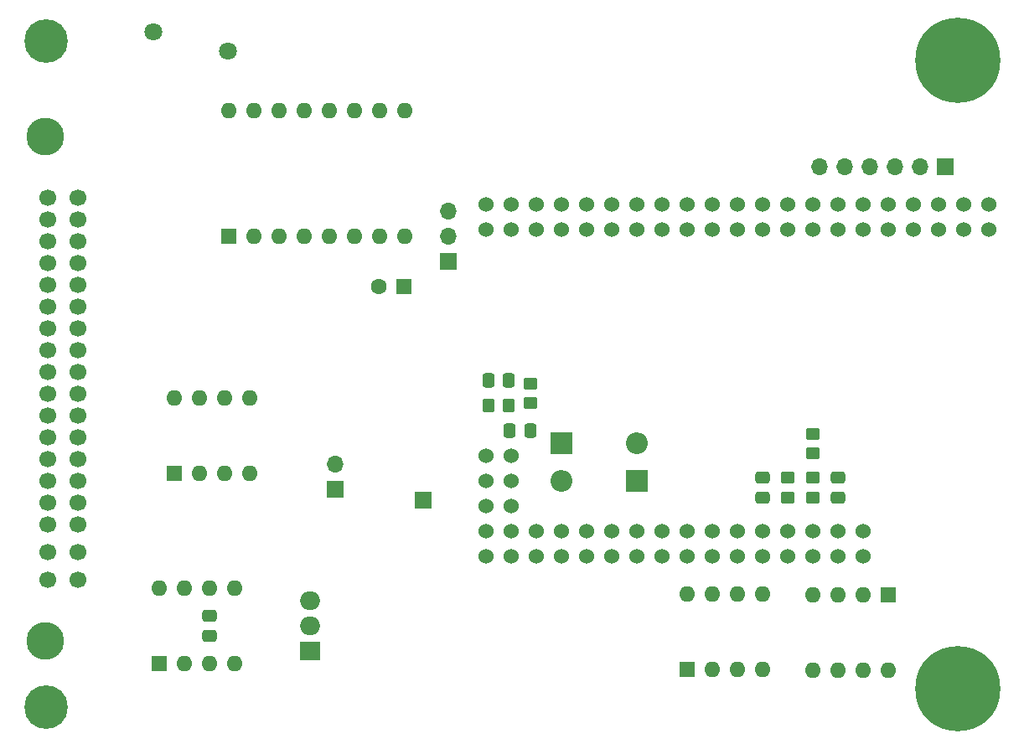
<source format=gbs>
G04 #@! TF.GenerationSoftware,KiCad,Pcbnew,(6.0.1)*
G04 #@! TF.CreationDate,2022-02-04T01:53:46-05:00*
G04 #@! TF.ProjectId,klxecu,6b6c7865-6375-42e6-9b69-6361645f7063,rev?*
G04 #@! TF.SameCoordinates,Original*
G04 #@! TF.FileFunction,Soldermask,Bot*
G04 #@! TF.FilePolarity,Negative*
%FSLAX46Y46*%
G04 Gerber Fmt 4.6, Leading zero omitted, Abs format (unit mm)*
G04 Created by KiCad (PCBNEW (6.0.1)) date 2022-02-04 01:53:46*
%MOMM*%
%LPD*%
G01*
G04 APERTURE LIST*
G04 Aperture macros list*
%AMRoundRect*
0 Rectangle with rounded corners*
0 $1 Rounding radius*
0 $2 $3 $4 $5 $6 $7 $8 $9 X,Y pos of 4 corners*
0 Add a 4 corners polygon primitive as box body*
4,1,4,$2,$3,$4,$5,$6,$7,$8,$9,$2,$3,0*
0 Add four circle primitives for the rounded corners*
1,1,$1+$1,$2,$3*
1,1,$1+$1,$4,$5*
1,1,$1+$1,$6,$7*
1,1,$1+$1,$8,$9*
0 Add four rect primitives between the rounded corners*
20,1,$1+$1,$2,$3,$4,$5,0*
20,1,$1+$1,$4,$5,$6,$7,0*
20,1,$1+$1,$6,$7,$8,$9,0*
20,1,$1+$1,$8,$9,$2,$3,0*%
G04 Aperture macros list end*
%ADD10C,4.400000*%
%ADD11C,8.600000*%
%ADD12C,1.700000*%
%ADD13C,3.800000*%
%ADD14O,1.600000X1.600000*%
%ADD15R,1.600000X1.600000*%
%ADD16C,1.524000*%
%ADD17C,1.800000*%
%ADD18RoundRect,0.250000X-0.350000X-0.450000X0.350000X-0.450000X0.350000X0.450000X-0.350000X0.450000X0*%
%ADD19RoundRect,0.250000X0.450000X-0.350000X0.450000X0.350000X-0.450000X0.350000X-0.450000X-0.350000X0*%
%ADD20RoundRect,0.250000X-0.450000X0.350000X-0.450000X-0.350000X0.450000X-0.350000X0.450000X0.350000X0*%
%ADD21O,2.000000X1.905000*%
%ADD22R,2.000000X1.905000*%
%ADD23O,1.700000X1.700000*%
%ADD24R,1.700000X1.700000*%
%ADD25O,2.200000X2.200000*%
%ADD26R,2.200000X2.200000*%
%ADD27C,1.600000*%
%ADD28RoundRect,0.250000X-0.475000X0.337500X-0.475000X-0.337500X0.475000X-0.337500X0.475000X0.337500X0*%
%ADD29RoundRect,0.250000X-0.337500X-0.475000X0.337500X-0.475000X0.337500X0.475000X-0.337500X0.475000X0*%
G04 APERTURE END LIST*
D10*
X29845000Y-111125000D03*
X29845000Y-43815000D03*
D11*
X121920000Y-109220000D03*
X121920000Y-45720000D03*
D12*
X30020000Y-98200000D03*
X30020000Y-95400000D03*
X30020000Y-92600000D03*
X30020000Y-90400000D03*
X30020000Y-88200000D03*
X30020000Y-86000000D03*
X30020000Y-83800000D03*
X30020000Y-81600000D03*
X30020000Y-79400000D03*
X30020000Y-77200000D03*
X30020000Y-75000000D03*
X30020000Y-72800000D03*
X30020000Y-70600000D03*
X30020000Y-68400000D03*
X30020000Y-66200000D03*
X30020000Y-64000000D03*
X30020000Y-61800000D03*
X30020000Y-59600000D03*
X33020000Y-98200000D03*
X33020000Y-95400000D03*
X33020000Y-92600000D03*
X33020000Y-90400000D03*
X33020000Y-88200000D03*
X33020000Y-86000000D03*
X33020000Y-83800000D03*
X33020000Y-81600000D03*
X33020000Y-79400000D03*
X33020000Y-77200000D03*
X33020000Y-75000000D03*
X33020000Y-72800000D03*
X33020000Y-70600000D03*
X33020000Y-68400000D03*
X33020000Y-66200000D03*
X33020000Y-64000000D03*
X33020000Y-61800000D03*
X33020000Y-59600000D03*
D13*
X29720000Y-104400000D03*
X29720000Y-53400000D03*
D14*
X41275000Y-99060000D03*
X43815000Y-99060000D03*
X46355000Y-99060000D03*
X48895000Y-99060000D03*
X48895000Y-106680000D03*
X46355000Y-106680000D03*
X43815000Y-106680000D03*
D15*
X41275000Y-106680000D03*
D16*
X117475000Y-60325000D03*
X117475000Y-62865000D03*
X120015000Y-60325000D03*
X120015000Y-62865000D03*
X112395000Y-95885000D03*
X112395000Y-93345000D03*
X109855000Y-95885000D03*
X109855000Y-93345000D03*
X107315000Y-95885000D03*
X107315000Y-93345000D03*
X104775000Y-95885000D03*
X104775000Y-93345000D03*
X102235000Y-95885000D03*
X102235000Y-93345000D03*
X99695000Y-95885000D03*
X99695000Y-93345000D03*
X97155000Y-95885000D03*
X97155000Y-93345000D03*
X94615000Y-95885000D03*
X94615000Y-93345000D03*
X114935000Y-62865000D03*
X109855000Y-62865000D03*
X109855000Y-60325000D03*
X107315000Y-62865000D03*
X107315000Y-60325000D03*
X104775000Y-62865000D03*
X104775000Y-60325000D03*
X102235000Y-62865000D03*
X102235000Y-60325000D03*
X99695000Y-62865000D03*
X99695000Y-60325000D03*
X97155000Y-62865000D03*
X97155000Y-60325000D03*
X94615000Y-62865000D03*
X94615000Y-60325000D03*
X92075000Y-62865000D03*
X92075000Y-60325000D03*
X89535000Y-62865000D03*
X89535000Y-60325000D03*
X86995000Y-62865000D03*
X86995000Y-60325000D03*
X84455000Y-62865000D03*
X84455000Y-60325000D03*
X81915000Y-62865000D03*
X81915000Y-60325000D03*
X79375000Y-62865000D03*
X79375000Y-60325000D03*
X76835000Y-62865000D03*
X76835000Y-60325000D03*
X74295000Y-62865000D03*
X74295000Y-60325000D03*
X92075000Y-95885000D03*
X92075000Y-93345000D03*
X89535000Y-95885000D03*
X89535000Y-93345000D03*
X86995000Y-95885000D03*
X86995000Y-93345000D03*
X84455000Y-95885000D03*
X84455000Y-93345000D03*
X81915000Y-95885000D03*
X81915000Y-93345000D03*
X79375000Y-95885000D03*
X79375000Y-93345000D03*
X76835000Y-95885000D03*
X76835000Y-93345000D03*
X74295000Y-95885000D03*
X74295000Y-93345000D03*
X74295000Y-90805000D03*
X76835000Y-90805000D03*
X74295000Y-88265000D03*
X76835000Y-88265000D03*
X74295000Y-85725000D03*
X76835000Y-85725000D03*
X122555000Y-62865000D03*
X122555000Y-60325000D03*
X114935000Y-60325000D03*
X112395000Y-62865000D03*
X112395000Y-60325000D03*
X125095000Y-60325000D03*
X125095000Y-62865000D03*
D17*
X48200000Y-44815000D03*
X40700000Y-42815000D03*
D18*
X76565000Y-80645000D03*
X74565000Y-80645000D03*
D19*
X78740000Y-78375000D03*
X78740000Y-80375000D03*
D20*
X107315000Y-89900000D03*
X107315000Y-87900000D03*
D19*
X104775000Y-87900000D03*
X104775000Y-89900000D03*
X107315000Y-83455000D03*
X107315000Y-85455000D03*
D21*
X56515000Y-100330000D03*
X56515000Y-102870000D03*
D22*
X56515000Y-105410000D03*
D23*
X70485000Y-60945000D03*
X70485000Y-63485000D03*
D24*
X70485000Y-66025000D03*
X67945000Y-90170000D03*
D14*
X42825000Y-79839511D03*
X45365000Y-79839511D03*
X47905000Y-79839511D03*
X50445000Y-79839511D03*
X50445000Y-87459511D03*
X47905000Y-87459511D03*
X45365000Y-87459511D03*
D15*
X42825000Y-87459511D03*
D14*
X94625000Y-99685000D03*
X97165000Y-99685000D03*
X99705000Y-99685000D03*
X102245000Y-99685000D03*
X102245000Y-107305000D03*
X99705000Y-107305000D03*
X97165000Y-107305000D03*
D15*
X94625000Y-107305000D03*
D23*
X107950000Y-56515000D03*
X110490000Y-56515000D03*
X113030000Y-56515000D03*
X115570000Y-56515000D03*
X118110000Y-56515000D03*
D24*
X120650000Y-56515000D03*
D23*
X59055000Y-86569511D03*
D24*
X59055000Y-89109511D03*
D14*
X114925000Y-107325000D03*
X112385000Y-107325000D03*
X109845000Y-107325000D03*
X107305000Y-107325000D03*
X107305000Y-99705000D03*
X109845000Y-99705000D03*
X112385000Y-99705000D03*
D15*
X114925000Y-99705000D03*
D25*
X89535000Y-84455000D03*
D26*
X81915000Y-84455000D03*
D25*
X81915000Y-88265000D03*
D26*
X89535000Y-88265000D03*
D27*
X63475112Y-68580000D03*
D15*
X65975112Y-68580000D03*
D28*
X46345000Y-103917500D03*
X46345000Y-101842500D03*
D29*
X78740000Y-83185000D03*
X76665000Y-83185000D03*
D28*
X109855000Y-87862500D03*
X109855000Y-89937500D03*
D29*
X76602500Y-78105000D03*
X74527500Y-78105000D03*
D28*
X102235000Y-87862500D03*
X102235000Y-89937500D03*
D14*
X48260000Y-50790000D03*
X50800000Y-50790000D03*
X53340000Y-50790000D03*
X55880000Y-50790000D03*
X58420000Y-50790000D03*
X60960000Y-50790000D03*
X63500000Y-50790000D03*
X66040000Y-50790000D03*
X66040000Y-63490000D03*
X63500000Y-63490000D03*
X60960000Y-63490000D03*
X58420000Y-63490000D03*
X55880000Y-63490000D03*
X53340000Y-63490000D03*
X50800000Y-63490000D03*
D15*
X48260000Y-63490000D03*
M02*

</source>
